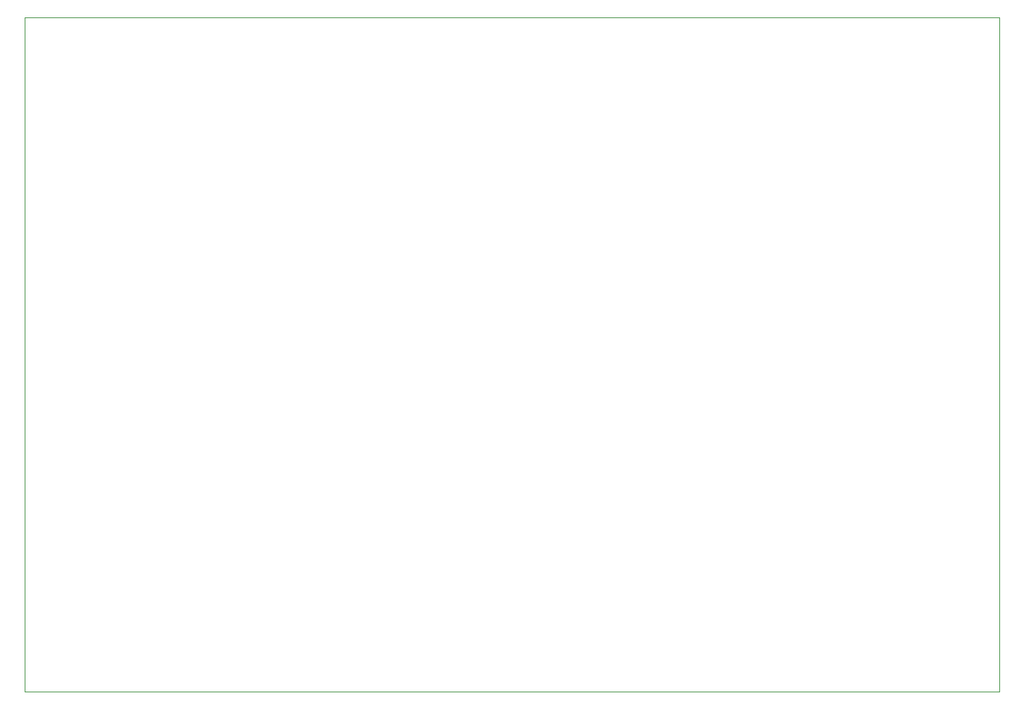
<source format=gbr>
G04 #@! TF.FileFunction,Profile,NP*
%FSLAX46Y46*%
G04 Gerber Fmt 4.6, Leading zero omitted, Abs format (unit mm)*
G04 Created by KiCad (PCBNEW 4.0.7) date 03/01/18 23:30:02*
%MOMM*%
%LPD*%
G01*
G04 APERTURE LIST*
%ADD10C,0.100000*%
G04 APERTURE END LIST*
D10*
X51435000Y-29210000D02*
X165100000Y-29210000D01*
X165100000Y-107950000D02*
X51435000Y-107950000D01*
X165100000Y-29210000D02*
X165100000Y-107950000D01*
X51435000Y-107950000D02*
X51435000Y-29210000D01*
M02*

</source>
